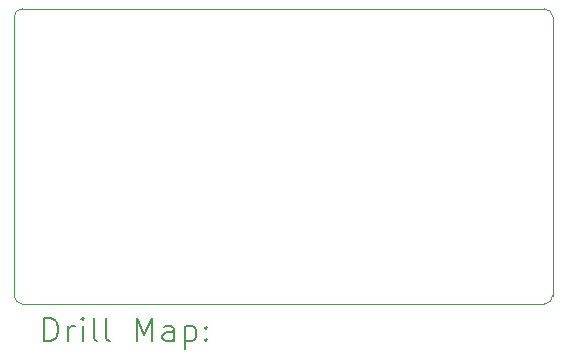
<source format=gbr>
%TF.GenerationSoftware,KiCad,Pcbnew,7.0.5-0*%
%TF.CreationDate,2023-09-26T17:17:10-04:00*%
%TF.ProjectId,PowerPack,506f7765-7250-4616-936b-2e6b69636164,rev?*%
%TF.SameCoordinates,Original*%
%TF.FileFunction,Drillmap*%
%TF.FilePolarity,Positive*%
%FSLAX45Y45*%
G04 Gerber Fmt 4.5, Leading zero omitted, Abs format (unit mm)*
G04 Created by KiCad (PCBNEW 7.0.5-0) date 2023-09-26 17:17:10*
%MOMM*%
%LPD*%
G01*
G04 APERTURE LIST*
%ADD10C,0.100000*%
%ADD11C,0.200000*%
G04 APERTURE END LIST*
D10*
X14089497Y-7549497D02*
X9669498Y-7549497D01*
X9599503Y-7479497D02*
G75*
G03*
X9669498Y-7549497I69998J-3D01*
G01*
X14089497Y-7549497D02*
G75*
G03*
X14159497Y-7479497I3J69998D01*
G01*
X14159492Y-5119498D02*
G75*
G03*
X14089497Y-5049498I-69993J8D01*
G01*
X9669498Y-5049498D02*
X14089497Y-5049498D01*
X9599498Y-7479497D02*
X9599498Y-5119498D01*
X9669498Y-5049498D02*
G75*
G03*
X9599498Y-5119498I3J-70003D01*
G01*
X14159497Y-5119498D02*
X14159497Y-7479497D01*
D11*
X9855274Y-7865981D02*
X9855274Y-7665981D01*
X9855274Y-7665981D02*
X9902893Y-7665981D01*
X9902893Y-7665981D02*
X9931465Y-7675505D01*
X9931465Y-7675505D02*
X9950512Y-7694553D01*
X9950512Y-7694553D02*
X9960036Y-7713600D01*
X9960036Y-7713600D02*
X9969560Y-7751695D01*
X9969560Y-7751695D02*
X9969560Y-7780267D01*
X9969560Y-7780267D02*
X9960036Y-7818362D01*
X9960036Y-7818362D02*
X9950512Y-7837410D01*
X9950512Y-7837410D02*
X9931465Y-7856457D01*
X9931465Y-7856457D02*
X9902893Y-7865981D01*
X9902893Y-7865981D02*
X9855274Y-7865981D01*
X10055274Y-7865981D02*
X10055274Y-7732648D01*
X10055274Y-7770743D02*
X10064798Y-7751695D01*
X10064798Y-7751695D02*
X10074322Y-7742172D01*
X10074322Y-7742172D02*
X10093370Y-7732648D01*
X10093370Y-7732648D02*
X10112417Y-7732648D01*
X10179084Y-7865981D02*
X10179084Y-7732648D01*
X10179084Y-7665981D02*
X10169560Y-7675505D01*
X10169560Y-7675505D02*
X10179084Y-7685029D01*
X10179084Y-7685029D02*
X10188608Y-7675505D01*
X10188608Y-7675505D02*
X10179084Y-7665981D01*
X10179084Y-7665981D02*
X10179084Y-7685029D01*
X10302893Y-7865981D02*
X10283846Y-7856457D01*
X10283846Y-7856457D02*
X10274322Y-7837410D01*
X10274322Y-7837410D02*
X10274322Y-7665981D01*
X10407655Y-7865981D02*
X10388608Y-7856457D01*
X10388608Y-7856457D02*
X10379084Y-7837410D01*
X10379084Y-7837410D02*
X10379084Y-7665981D01*
X10636227Y-7865981D02*
X10636227Y-7665981D01*
X10636227Y-7665981D02*
X10702893Y-7808838D01*
X10702893Y-7808838D02*
X10769560Y-7665981D01*
X10769560Y-7665981D02*
X10769560Y-7865981D01*
X10950512Y-7865981D02*
X10950512Y-7761219D01*
X10950512Y-7761219D02*
X10940989Y-7742172D01*
X10940989Y-7742172D02*
X10921941Y-7732648D01*
X10921941Y-7732648D02*
X10883846Y-7732648D01*
X10883846Y-7732648D02*
X10864798Y-7742172D01*
X10950512Y-7856457D02*
X10931465Y-7865981D01*
X10931465Y-7865981D02*
X10883846Y-7865981D01*
X10883846Y-7865981D02*
X10864798Y-7856457D01*
X10864798Y-7856457D02*
X10855274Y-7837410D01*
X10855274Y-7837410D02*
X10855274Y-7818362D01*
X10855274Y-7818362D02*
X10864798Y-7799315D01*
X10864798Y-7799315D02*
X10883846Y-7789791D01*
X10883846Y-7789791D02*
X10931465Y-7789791D01*
X10931465Y-7789791D02*
X10950512Y-7780267D01*
X11045751Y-7732648D02*
X11045751Y-7932648D01*
X11045751Y-7742172D02*
X11064798Y-7732648D01*
X11064798Y-7732648D02*
X11102893Y-7732648D01*
X11102893Y-7732648D02*
X11121941Y-7742172D01*
X11121941Y-7742172D02*
X11131465Y-7751695D01*
X11131465Y-7751695D02*
X11140989Y-7770743D01*
X11140989Y-7770743D02*
X11140989Y-7827886D01*
X11140989Y-7827886D02*
X11131465Y-7846934D01*
X11131465Y-7846934D02*
X11121941Y-7856457D01*
X11121941Y-7856457D02*
X11102893Y-7865981D01*
X11102893Y-7865981D02*
X11064798Y-7865981D01*
X11064798Y-7865981D02*
X11045751Y-7856457D01*
X11226703Y-7846934D02*
X11236227Y-7856457D01*
X11236227Y-7856457D02*
X11226703Y-7865981D01*
X11226703Y-7865981D02*
X11217179Y-7856457D01*
X11217179Y-7856457D02*
X11226703Y-7846934D01*
X11226703Y-7846934D02*
X11226703Y-7865981D01*
X11226703Y-7742172D02*
X11236227Y-7751695D01*
X11236227Y-7751695D02*
X11226703Y-7761219D01*
X11226703Y-7761219D02*
X11217179Y-7751695D01*
X11217179Y-7751695D02*
X11226703Y-7742172D01*
X11226703Y-7742172D02*
X11226703Y-7761219D01*
M02*

</source>
